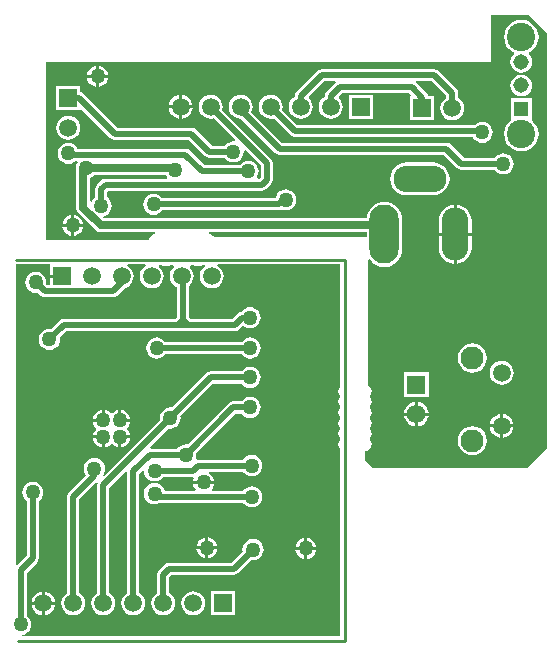
<source format=gbl>
G04*
G04 #@! TF.GenerationSoftware,Altium Limited,Altium Designer,20.0.2 (26)*
G04*
G04 Layer_Physical_Order=2*
G04 Layer_Color=16711680*
%FSLAX25Y25*%
%MOIN*%
G70*
G01*
G75*
%ADD15C,0.01000*%
%ADD59C,0.02000*%
%ADD61C,0.02500*%
%ADD62C,0.05906*%
%ADD63R,0.05906X0.05906*%
%ADD64R,0.05150X0.05150*%
%ADD65C,0.05150*%
%ADD66C,0.09449*%
%ADD67C,0.06201*%
%ADD68R,0.06201X0.06201*%
%ADD69O,0.17717X0.08858*%
%ADD70O,0.08858X0.17717*%
%ADD71O,0.09843X0.19685*%
%ADD72C,0.05898*%
%ADD73C,0.07677*%
%ADD74R,0.05906X0.05906*%
%ADD75C,0.05000*%
G36*
X115277Y206139D02*
X115230Y205887D01*
X115146Y205639D01*
X94800D01*
X94020Y205484D01*
X93358Y205042D01*
X91858Y203542D01*
X91416Y202880D01*
X91261Y202100D01*
Y199447D01*
X90804Y199096D01*
X90243Y198365D01*
X90094Y198006D01*
X89594Y198106D01*
Y205848D01*
X90065Y206043D01*
X90796Y206604D01*
X90951Y206806D01*
X114765D01*
X115277Y206139D01*
D02*
G37*
G36*
X181728Y186050D02*
X131089D01*
X130673Y186672D01*
X129951Y187154D01*
X129190Y187306D01*
X129239Y187806D01*
X181728D01*
Y186050D01*
D02*
G37*
G36*
X241800Y254100D02*
Y115600D01*
X235300Y109100D01*
X183800D01*
X181300Y111600D01*
Y114866D01*
X182051Y115015D01*
X182773Y115498D01*
X183255Y116219D01*
X183424Y117070D01*
X183255Y117921D01*
X182773Y118643D01*
Y119041D01*
X183255Y119762D01*
X183424Y120613D01*
X183255Y121464D01*
X182773Y122186D01*
Y122584D01*
X183255Y123306D01*
X183424Y124157D01*
X183255Y125008D01*
X182773Y125729D01*
Y126128D01*
X183255Y126849D01*
X183424Y127700D01*
X183255Y128551D01*
X182773Y129272D01*
Y129671D01*
X183255Y130392D01*
X183424Y131243D01*
X183255Y132094D01*
X182773Y132816D01*
Y133214D01*
X183255Y133936D01*
X183424Y134787D01*
X183255Y135638D01*
X182773Y136359D01*
X182246Y136711D01*
Y178669D01*
X182703Y178856D01*
X182747Y178854D01*
X183471Y177971D01*
X184372Y177232D01*
X185401Y176682D01*
X186517Y176343D01*
X187678Y176229D01*
X188839Y176343D01*
X189955Y176682D01*
X190983Y177232D01*
X191885Y177971D01*
X192625Y178873D01*
X193175Y179902D01*
X193514Y181018D01*
X193628Y182179D01*
Y192021D01*
X193514Y193182D01*
X193175Y194298D01*
X192625Y195327D01*
X191885Y196229D01*
X190983Y196968D01*
X189955Y197518D01*
X188839Y197857D01*
X187678Y197971D01*
X186517Y197857D01*
X185401Y197518D01*
X184372Y196968D01*
X183471Y196229D01*
X182731Y195327D01*
X182181Y194298D01*
X181842Y193182D01*
X181765Y192394D01*
X94117D01*
X93883Y192679D01*
X94064Y193170D01*
X94214Y193190D01*
X95065Y193543D01*
X95796Y194104D01*
X96357Y194835D01*
X96710Y195686D01*
X96830Y196600D01*
X96710Y197514D01*
X96357Y198365D01*
X95796Y199096D01*
X95339Y199447D01*
Y201255D01*
X95645Y201561D01*
X146800D01*
X147580Y201716D01*
X148242Y202158D01*
X149914Y203830D01*
X150356Y204491D01*
X150511Y205272D01*
Y210928D01*
X150356Y211709D01*
X149914Y212370D01*
X133659Y228625D01*
X133787Y229600D01*
X133651Y230632D01*
X133253Y231593D01*
X132619Y232419D01*
X131793Y233053D01*
X130832Y233451D01*
X129800Y233587D01*
X128768Y233451D01*
X127807Y233053D01*
X126981Y232419D01*
X126347Y231593D01*
X125949Y230632D01*
X125813Y229600D01*
X125949Y228568D01*
X126347Y227607D01*
X126981Y226781D01*
X127807Y226147D01*
X128768Y225749D01*
X129800Y225613D01*
X130775Y225742D01*
X137970Y218546D01*
X137736Y218073D01*
X137300Y218130D01*
X136386Y218010D01*
X135535Y217657D01*
X134804Y217096D01*
X134453Y216639D01*
X130145D01*
X124742Y222042D01*
X124080Y222484D01*
X123300Y222639D01*
X98645D01*
X87242Y234042D01*
X86580Y234484D01*
X86253Y234549D01*
Y236553D01*
X78347D01*
Y228647D01*
X86253D01*
Y228647D01*
X86689Y228828D01*
X96358Y219158D01*
X97020Y218716D01*
X97800Y218561D01*
X122455D01*
X127858Y213158D01*
X128520Y212716D01*
X129300Y212561D01*
X134453D01*
X134804Y212104D01*
X135535Y211543D01*
X136386Y211190D01*
X137300Y211070D01*
X138214Y211190D01*
X139065Y211543D01*
X139796Y212104D01*
X140357Y212835D01*
X140710Y213686D01*
X140830Y214600D01*
X140773Y215036D01*
X141246Y215270D01*
X146432Y210084D01*
Y206116D01*
X145955Y205639D01*
X145389D01*
X145168Y206088D01*
X145357Y206335D01*
X145710Y207186D01*
X145830Y208100D01*
X145710Y209014D01*
X145357Y209865D01*
X144796Y210596D01*
X144065Y211157D01*
X143214Y211510D01*
X142300Y211630D01*
X141386Y211510D01*
X140535Y211157D01*
X139804Y210596D01*
X139453Y210139D01*
X127645D01*
X122742Y215042D01*
X122080Y215484D01*
X121300Y215639D01*
X85451D01*
X85357Y215865D01*
X84796Y216596D01*
X84065Y217157D01*
X83214Y217510D01*
X82300Y217630D01*
X81386Y217510D01*
X80535Y217157D01*
X79804Y216596D01*
X79243Y215865D01*
X78890Y215014D01*
X78770Y214100D01*
X78890Y213186D01*
X79243Y212335D01*
X79804Y211604D01*
X80535Y211043D01*
X81386Y210690D01*
X82300Y210570D01*
X83214Y210690D01*
X84065Y211043D01*
X84740Y211561D01*
X85211D01*
X85432Y211112D01*
X85243Y210865D01*
X84890Y210014D01*
X84770Y209100D01*
X84890Y208186D01*
X85006Y207907D01*
Y195882D01*
X85181Y195005D01*
X85678Y194260D01*
X91460Y188478D01*
X92205Y187980D01*
X93082Y187806D01*
X111244D01*
X111293Y187306D01*
X110532Y187154D01*
X109811Y186672D01*
X109329Y185951D01*
X109160Y185100D01*
X74800D01*
Y244600D01*
X223300D01*
Y260100D01*
X235800D01*
X241800Y254100D01*
D02*
G37*
G36*
X172971Y136388D02*
X172927Y136359D01*
X172445Y135638D01*
X172276Y134787D01*
X172445Y133936D01*
X172927Y133214D01*
X172873Y132734D01*
X172445Y132094D01*
X172276Y131243D01*
X172445Y130392D01*
X172873Y129753D01*
X172927Y129272D01*
X172445Y128551D01*
X172276Y127700D01*
X172445Y126849D01*
X172873Y126209D01*
X172905Y125928D01*
X172873Y125647D01*
X172445Y125008D01*
X172276Y124157D01*
X172445Y123306D01*
X172873Y122666D01*
X172927Y122186D01*
X172445Y121464D01*
X172276Y120613D01*
X172445Y119762D01*
X172927Y119041D01*
Y118643D01*
X172445Y117921D01*
X172276Y117070D01*
X172445Y116219D01*
X172927Y115498D01*
X172971Y115469D01*
X172971Y53129D01*
X66985Y53129D01*
X66953Y53629D01*
X67414Y53690D01*
X68265Y54043D01*
X68996Y54604D01*
X69557Y55335D01*
X69910Y56186D01*
X70030Y57100D01*
X69910Y58014D01*
X69557Y58865D01*
X68996Y59596D01*
X68539Y59947D01*
Y74255D01*
X71942Y77658D01*
X72384Y78320D01*
X72539Y79100D01*
Y98253D01*
X72996Y98604D01*
X73557Y99335D01*
X73910Y100186D01*
X74030Y101100D01*
X73910Y102014D01*
X73557Y102865D01*
X72996Y103596D01*
X72265Y104157D01*
X71414Y104510D01*
X70500Y104630D01*
X69586Y104510D01*
X68735Y104157D01*
X68004Y103596D01*
X67443Y102865D01*
X67090Y102014D01*
X66970Y101100D01*
X67090Y100186D01*
X67443Y99335D01*
X68004Y98604D01*
X68461Y98253D01*
Y79945D01*
X65250Y76734D01*
X64750Y76941D01*
Y177071D01*
X75655D01*
X76147Y177053D01*
Y173600D01*
X80100D01*
Y172600D01*
X76147D01*
Y170139D01*
X75345D01*
X74955Y170529D01*
X75030Y171100D01*
X74910Y172014D01*
X74557Y172865D01*
X73996Y173596D01*
X73265Y174157D01*
X72414Y174510D01*
X71500Y174630D01*
X70586Y174510D01*
X69735Y174157D01*
X69004Y173596D01*
X68443Y172865D01*
X68090Y172014D01*
X67970Y171100D01*
X68090Y170186D01*
X68443Y169335D01*
X69004Y168604D01*
X69735Y168043D01*
X70586Y167690D01*
X71500Y167570D01*
X72071Y167645D01*
X73058Y166658D01*
X73720Y166216D01*
X74500Y166061D01*
X97100D01*
X97880Y166216D01*
X98542Y166658D01*
X101134Y169250D01*
X102093Y169647D01*
X102919Y170281D01*
X103553Y171107D01*
X103951Y172068D01*
X104087Y173100D01*
X103951Y174132D01*
X103553Y175093D01*
X102919Y175919D01*
X102093Y176553D01*
X102050Y176571D01*
X102150Y177071D01*
X108050D01*
X108150Y176571D01*
X108107Y176553D01*
X107281Y175919D01*
X106647Y175093D01*
X106249Y174132D01*
X106113Y173100D01*
X106249Y172068D01*
X106647Y171107D01*
X107281Y170281D01*
X108107Y169647D01*
X109068Y169249D01*
X110100Y169113D01*
X111132Y169249D01*
X112093Y169647D01*
X112919Y170281D01*
X113553Y171107D01*
X113951Y172068D01*
X114087Y173100D01*
X113951Y174132D01*
X113553Y175093D01*
X112919Y175919D01*
X112583Y176177D01*
X112603Y176792D01*
X112956Y177027D01*
X113354D01*
X114076Y176546D01*
X114927Y176376D01*
X115778Y176546D01*
X116499Y177027D01*
X116898D01*
X117436Y176668D01*
X117511Y176096D01*
X117281Y175919D01*
X116647Y175093D01*
X116249Y174132D01*
X116113Y173100D01*
X116249Y172068D01*
X116647Y171107D01*
X117281Y170281D01*
X118107Y169647D01*
X118461Y169501D01*
Y159503D01*
X117897Y158939D01*
X80800D01*
X80800Y158939D01*
X80020Y158784D01*
X79358Y158342D01*
X79358Y158342D01*
X76571Y155555D01*
X76000Y155630D01*
X75086Y155510D01*
X74235Y155157D01*
X73504Y154596D01*
X72943Y153865D01*
X72590Y153014D01*
X72470Y152100D01*
X72590Y151186D01*
X72943Y150335D01*
X73504Y149604D01*
X74235Y149043D01*
X75086Y148690D01*
X76000Y148570D01*
X76914Y148690D01*
X77765Y149043D01*
X78496Y149604D01*
X79057Y150335D01*
X79410Y151186D01*
X79530Y152100D01*
X79455Y152671D01*
X81645Y154861D01*
X137900D01*
X138680Y155016D01*
X139342Y155458D01*
X140564Y156681D01*
X141135Y156243D01*
X141986Y155890D01*
X142900Y155770D01*
X143814Y155890D01*
X144665Y156243D01*
X145396Y156804D01*
X145957Y157535D01*
X146310Y158386D01*
X146430Y159300D01*
X146310Y160214D01*
X145957Y161065D01*
X145396Y161796D01*
X144665Y162357D01*
X143814Y162710D01*
X142900Y162830D01*
X141986Y162710D01*
X141135Y162357D01*
X140404Y161796D01*
X140009Y161281D01*
X139520Y161184D01*
X138858Y160742D01*
X137055Y158939D01*
X123103D01*
X122539Y159503D01*
Y169989D01*
X122919Y170281D01*
X123553Y171107D01*
X123951Y172068D01*
X124087Y173100D01*
X123951Y174132D01*
X123553Y175093D01*
X122919Y175919D01*
X122745Y176053D01*
X122846Y176506D01*
X122896Y176567D01*
X123586Y177027D01*
X123984D01*
X124706Y176546D01*
X125557Y176376D01*
X126408Y176546D01*
X127129Y177027D01*
X127527D01*
X127729Y176893D01*
X127749Y176278D01*
X127281Y175919D01*
X126647Y175093D01*
X126249Y174132D01*
X126113Y173100D01*
X126249Y172068D01*
X126647Y171107D01*
X127281Y170281D01*
X128107Y169647D01*
X129068Y169249D01*
X130100Y169113D01*
X131132Y169249D01*
X132093Y169647D01*
X132919Y170281D01*
X133553Y171107D01*
X133951Y172068D01*
X134087Y173100D01*
X133951Y174132D01*
X133553Y175093D01*
X132919Y175919D01*
X132093Y176553D01*
X132050Y176571D01*
X132150Y177071D01*
X172971D01*
Y136388D01*
D02*
G37*
G36*
X123450Y157150D02*
X117400Y157000D01*
X120500Y160100D01*
X123450Y157150D01*
D02*
G37*
%LPC*%
G36*
X233300Y258642D02*
X231806Y258445D01*
X230413Y257868D01*
X229217Y256950D01*
X228300Y255755D01*
X227723Y254362D01*
X227526Y252868D01*
X227723Y251373D01*
X228300Y249981D01*
X229217Y248785D01*
X230413Y247867D01*
X230778Y247716D01*
X230843Y247221D01*
X230750Y247150D01*
X230177Y246403D01*
X229817Y245533D01*
X229694Y244600D01*
X229817Y243667D01*
X230177Y242797D01*
X230750Y242050D01*
X231497Y241477D01*
X232367Y241117D01*
X233300Y240994D01*
X234233Y241117D01*
X235103Y241477D01*
X235850Y242050D01*
X236423Y242797D01*
X236783Y243667D01*
X236906Y244600D01*
X236783Y245533D01*
X236423Y246403D01*
X235850Y247150D01*
X235757Y247221D01*
X235822Y247716D01*
X236187Y247867D01*
X237383Y248785D01*
X238300Y249981D01*
X238877Y251373D01*
X239074Y252868D01*
X238877Y254362D01*
X238300Y255755D01*
X237383Y256950D01*
X236187Y257868D01*
X234794Y258445D01*
X233300Y258642D01*
D02*
G37*
G36*
X92600Y243264D02*
Y240300D01*
X95564D01*
X95510Y240714D01*
X95157Y241565D01*
X94596Y242296D01*
X93865Y242857D01*
X93014Y243210D01*
X92600Y243264D01*
D02*
G37*
G36*
X91600D02*
X91186Y243210D01*
X90335Y242857D01*
X89604Y242296D01*
X89043Y241565D01*
X88690Y240714D01*
X88636Y240300D01*
X91600D01*
Y243264D01*
D02*
G37*
G36*
X95564Y239300D02*
X92600D01*
Y236336D01*
X93014Y236390D01*
X93865Y236743D01*
X94596Y237304D01*
X95157Y238035D01*
X95510Y238886D01*
X95564Y239300D01*
D02*
G37*
G36*
X91600D02*
X88636D01*
X88690Y238886D01*
X89043Y238035D01*
X89604Y237304D01*
X90335Y236743D01*
X91186Y236390D01*
X91600Y236336D01*
Y239300D01*
D02*
G37*
G36*
X233300Y240332D02*
X232367Y240209D01*
X231497Y239849D01*
X230750Y239276D01*
X230177Y238529D01*
X229817Y237659D01*
X229694Y236726D01*
X229817Y235793D01*
X230177Y234923D01*
X230750Y234176D01*
X231497Y233603D01*
X232367Y233243D01*
X233300Y233120D01*
X234233Y233243D01*
X235103Y233603D01*
X235850Y234176D01*
X236423Y234923D01*
X236783Y235793D01*
X236906Y236726D01*
X236783Y237659D01*
X236423Y238529D01*
X235850Y239276D01*
X235103Y239849D01*
X234233Y240209D01*
X233300Y240332D01*
D02*
G37*
G36*
X120300Y233521D02*
Y230100D01*
X123721D01*
X123651Y230632D01*
X123253Y231593D01*
X122619Y232419D01*
X121793Y233053D01*
X120832Y233451D01*
X120300Y233521D01*
D02*
G37*
G36*
X119300D02*
X118768Y233451D01*
X117807Y233053D01*
X116981Y232419D01*
X116347Y231593D01*
X115949Y230632D01*
X115879Y230100D01*
X119300D01*
Y233521D01*
D02*
G37*
G36*
X123721Y229100D02*
X120300D01*
Y225679D01*
X120832Y225749D01*
X121793Y226147D01*
X122619Y226781D01*
X123253Y227607D01*
X123651Y228568D01*
X123721Y229100D01*
D02*
G37*
G36*
X119300D02*
X115879D01*
X115949Y228568D01*
X116347Y227607D01*
X116981Y226781D01*
X117807Y226147D01*
X118768Y225749D01*
X119300Y225679D01*
Y229100D01*
D02*
G37*
G36*
X183753Y233553D02*
X175847D01*
Y225647D01*
X183753D01*
Y233553D01*
D02*
G37*
G36*
X236875Y232427D02*
X229725D01*
Y225277D01*
X229725Y225277D01*
X229725D01*
X229492Y224878D01*
X229217Y224667D01*
X228300Y223471D01*
X227723Y222079D01*
X227526Y220584D01*
X227723Y219090D01*
X228300Y217697D01*
X229217Y216501D01*
X230413Y215584D01*
X231806Y215007D01*
X233300Y214810D01*
X234794Y215007D01*
X236187Y215584D01*
X237383Y216501D01*
X238300Y217697D01*
X238877Y219090D01*
X239074Y220584D01*
X238877Y222079D01*
X238300Y223471D01*
X237383Y224667D01*
X237109Y224877D01*
X236875Y225277D01*
X236875D01*
X236875Y225277D01*
Y232427D01*
D02*
G37*
G36*
X204300Y242139D02*
X166800D01*
X166020Y241984D01*
X165358Y241542D01*
X165358Y241542D01*
X158358Y234542D01*
X157916Y233880D01*
X157761Y233100D01*
Y233018D01*
X156981Y232419D01*
X156347Y231593D01*
X155949Y230632D01*
X155813Y229600D01*
X155949Y228568D01*
X156347Y227607D01*
X156981Y226781D01*
X157807Y226147D01*
X158768Y225749D01*
X159800Y225613D01*
X160832Y225749D01*
X161793Y226147D01*
X162619Y226781D01*
X163253Y227607D01*
X163651Y228568D01*
X163787Y229600D01*
X163651Y230632D01*
X163253Y231593D01*
X162619Y232419D01*
X162571Y232456D01*
X162539Y232955D01*
X167645Y238061D01*
X171235D01*
X171386Y237561D01*
X171358Y237542D01*
X168358Y234542D01*
X167916Y233880D01*
X167761Y233100D01*
Y233018D01*
X166981Y232419D01*
X166347Y231593D01*
X165949Y230632D01*
X165813Y229600D01*
X165949Y228568D01*
X166347Y227607D01*
X166981Y226781D01*
X167807Y226147D01*
X168768Y225749D01*
X169800Y225613D01*
X170832Y225749D01*
X171793Y226147D01*
X172619Y226781D01*
X173253Y227607D01*
X173651Y228568D01*
X173787Y229600D01*
X173651Y230632D01*
X173253Y231593D01*
X172619Y232419D01*
X172571Y232456D01*
X172539Y232955D01*
X173645Y234061D01*
X195955D01*
X196528Y233488D01*
X196347Y233053D01*
X196347D01*
Y225147D01*
X204253D01*
Y233053D01*
X202249D01*
X202184Y233380D01*
X201742Y234042D01*
X198242Y237542D01*
X198214Y237561D01*
X198365Y238061D01*
X203455D01*
X208261Y233255D01*
Y232518D01*
X207481Y231919D01*
X206847Y231093D01*
X206449Y230132D01*
X206313Y229100D01*
X206449Y228068D01*
X206847Y227107D01*
X207481Y226281D01*
X208307Y225647D01*
X209268Y225249D01*
X210300Y225113D01*
X211332Y225249D01*
X212293Y225647D01*
X213119Y226281D01*
X213753Y227107D01*
X214151Y228068D01*
X214287Y229100D01*
X214151Y230132D01*
X213753Y231093D01*
X213119Y231919D01*
X212339Y232518D01*
Y234100D01*
X212184Y234880D01*
X211742Y235542D01*
X205742Y241542D01*
X205080Y241984D01*
X204300Y242139D01*
D02*
G37*
G36*
X82300Y226587D02*
X81268Y226451D01*
X80307Y226053D01*
X79481Y225419D01*
X78847Y224593D01*
X78449Y223632D01*
X78313Y222600D01*
X78449Y221568D01*
X78847Y220607D01*
X79481Y219781D01*
X80307Y219147D01*
X81268Y218749D01*
X82300Y218613D01*
X83332Y218749D01*
X84293Y219147D01*
X85119Y219781D01*
X85753Y220607D01*
X86151Y221568D01*
X86287Y222600D01*
X86151Y223632D01*
X85753Y224593D01*
X85119Y225419D01*
X84293Y226053D01*
X83332Y226451D01*
X82300Y226587D01*
D02*
G37*
G36*
X149800Y233587D02*
X148768Y233451D01*
X147807Y233053D01*
X146981Y232419D01*
X146347Y231593D01*
X145949Y230632D01*
X145813Y229600D01*
X145949Y228568D01*
X146347Y227607D01*
X146981Y226781D01*
X147807Y226147D01*
X148768Y225749D01*
X149800Y225613D01*
X150775Y225742D01*
X156358Y220158D01*
X157020Y219716D01*
X157800Y219561D01*
X217149D01*
X217243Y219335D01*
X217804Y218604D01*
X218535Y218043D01*
X219386Y217690D01*
X220300Y217570D01*
X221214Y217690D01*
X222065Y218043D01*
X222796Y218604D01*
X223357Y219335D01*
X223710Y220186D01*
X223830Y221100D01*
X223710Y222014D01*
X223357Y222865D01*
X222796Y223596D01*
X222065Y224157D01*
X221214Y224510D01*
X220300Y224630D01*
X219386Y224510D01*
X218535Y224157D01*
X217860Y223639D01*
X158645D01*
X153658Y228625D01*
X153787Y229600D01*
X153651Y230632D01*
X153253Y231593D01*
X152619Y232419D01*
X151793Y233053D01*
X150832Y233451D01*
X149800Y233587D01*
D02*
G37*
G36*
X139800D02*
X138768Y233451D01*
X137807Y233053D01*
X136981Y232419D01*
X136347Y231593D01*
X135949Y230632D01*
X135813Y229600D01*
X135949Y228568D01*
X136347Y227607D01*
X136981Y226781D01*
X137807Y226147D01*
X138768Y225749D01*
X139800Y225613D01*
X139891Y225625D01*
X151358Y214158D01*
X152020Y213716D01*
X152800Y213561D01*
X152800Y213561D01*
X207455D01*
X211858Y209158D01*
X212520Y208716D01*
X213300Y208561D01*
X224453D01*
X224804Y208104D01*
X225535Y207543D01*
X226386Y207190D01*
X227300Y207070D01*
X228214Y207190D01*
X229065Y207543D01*
X229796Y208104D01*
X230357Y208835D01*
X230710Y209686D01*
X230830Y210600D01*
X230710Y211514D01*
X230357Y212365D01*
X229796Y213096D01*
X229065Y213657D01*
X228214Y214010D01*
X227300Y214130D01*
X226386Y214010D01*
X225535Y213657D01*
X224804Y213096D01*
X224453Y212639D01*
X214145D01*
X209742Y217042D01*
X209080Y217484D01*
X208300Y217639D01*
X153645D01*
X143377Y227907D01*
X143651Y228568D01*
X143787Y229600D01*
X143651Y230632D01*
X143253Y231593D01*
X142619Y232419D01*
X141793Y233053D01*
X140832Y233451D01*
X139800Y233587D01*
D02*
G37*
G36*
X203918Y211080D02*
X195060D01*
X193642Y210893D01*
X192322Y210346D01*
X191188Y209476D01*
X190317Y208342D01*
X189770Y207021D01*
X189584Y205604D01*
X189770Y204187D01*
X190317Y202866D01*
X191188Y201732D01*
X192322Y200862D01*
X193642Y200315D01*
X195060Y200128D01*
X203918D01*
X205335Y200315D01*
X206656Y200862D01*
X207790Y201732D01*
X208660Y202866D01*
X209208Y204187D01*
X209394Y205604D01*
X209208Y207021D01*
X208660Y208342D01*
X207790Y209476D01*
X206656Y210346D01*
X205335Y210893D01*
X203918Y211080D01*
D02*
G37*
G36*
X154800Y202130D02*
X153886Y202010D01*
X153035Y201657D01*
X152304Y201096D01*
X151743Y200365D01*
X151390Y199514D01*
X151341Y199139D01*
X113647D01*
X113296Y199596D01*
X112565Y200157D01*
X111714Y200510D01*
X110800Y200630D01*
X109886Y200510D01*
X109035Y200157D01*
X108304Y199596D01*
X107743Y198865D01*
X107390Y198014D01*
X107270Y197100D01*
X107390Y196186D01*
X107743Y195335D01*
X108304Y194604D01*
X109035Y194043D01*
X109886Y193690D01*
X110800Y193570D01*
X111714Y193690D01*
X112565Y194043D01*
X113296Y194604D01*
X113647Y195061D01*
X152488D01*
X153269Y195216D01*
X153481Y195358D01*
X153886Y195190D01*
X154800Y195070D01*
X155714Y195190D01*
X156565Y195543D01*
X157296Y196104D01*
X157857Y196835D01*
X158210Y197686D01*
X158330Y198600D01*
X158210Y199514D01*
X157857Y200365D01*
X157296Y201096D01*
X156565Y201657D01*
X155714Y202010D01*
X154800Y202130D01*
D02*
G37*
G36*
X84300Y193564D02*
Y190600D01*
X87264D01*
X87210Y191014D01*
X86857Y191865D01*
X86296Y192596D01*
X85565Y193157D01*
X84714Y193510D01*
X84300Y193564D01*
D02*
G37*
G36*
X83300D02*
X82886Y193510D01*
X82035Y193157D01*
X81304Y192596D01*
X80743Y191865D01*
X80390Y191014D01*
X80336Y190600D01*
X83300D01*
Y193564D01*
D02*
G37*
G36*
X211800Y196939D02*
Y187600D01*
X216776D01*
Y191529D01*
X216589Y192946D01*
X216042Y194267D01*
X215172Y195401D01*
X214038Y196272D01*
X212717Y196818D01*
X211800Y196939D01*
D02*
G37*
G36*
X210800D02*
X209883Y196818D01*
X208562Y196272D01*
X207428Y195401D01*
X206558Y194267D01*
X206011Y192946D01*
X205824Y191529D01*
Y187600D01*
X210800D01*
Y196939D01*
D02*
G37*
G36*
X87264Y189600D02*
X84300D01*
Y186636D01*
X84714Y186690D01*
X85565Y187043D01*
X86296Y187604D01*
X86857Y188335D01*
X87210Y189186D01*
X87264Y189600D01*
D02*
G37*
G36*
X83300D02*
X80336D01*
X80390Y189186D01*
X80743Y188335D01*
X81304Y187604D01*
X82035Y187043D01*
X82886Y186690D01*
X83300Y186636D01*
Y189600D01*
D02*
G37*
G36*
X216776Y186600D02*
X211800D01*
Y177261D01*
X212717Y177382D01*
X214038Y177928D01*
X215172Y178799D01*
X216042Y179933D01*
X216589Y181254D01*
X216776Y182671D01*
Y186600D01*
D02*
G37*
G36*
X210800D02*
X205824D01*
Y182671D01*
X206011Y181254D01*
X206558Y179933D01*
X207428Y178799D01*
X208562Y177928D01*
X209883Y177382D01*
X210800Y177261D01*
Y186600D01*
D02*
G37*
G36*
X216997Y150779D02*
X215734Y150613D01*
X214557Y150126D01*
X213546Y149350D01*
X212770Y148339D01*
X212283Y147162D01*
X212117Y145899D01*
X212283Y144636D01*
X212770Y143459D01*
X213546Y142448D01*
X214557Y141673D01*
X215734Y141185D01*
X216997Y141019D01*
X218260Y141185D01*
X219437Y141673D01*
X220448Y142448D01*
X221223Y143459D01*
X221711Y144636D01*
X221877Y145899D01*
X221711Y147162D01*
X221223Y148339D01*
X220448Y149350D01*
X219437Y150126D01*
X218260Y150613D01*
X216997Y150779D01*
D02*
G37*
G36*
X226800Y144941D02*
X225769Y144805D01*
X224809Y144407D01*
X223984Y143775D01*
X223351Y142950D01*
X222953Y141989D01*
X222817Y140958D01*
X222953Y139927D01*
X223351Y138967D01*
X223984Y138142D01*
X224809Y137509D01*
X225769Y137111D01*
X226800Y136975D01*
X227831Y137111D01*
X228791Y137509D01*
X229616Y138142D01*
X230249Y138967D01*
X230647Y139927D01*
X230783Y140958D01*
X230647Y141989D01*
X230249Y142950D01*
X229616Y143775D01*
X228791Y144407D01*
X227831Y144805D01*
X226800Y144941D01*
D02*
G37*
G36*
X202467Y141122D02*
X194266D01*
Y132921D01*
X202467D01*
Y141122D01*
D02*
G37*
G36*
X198867Y131249D02*
Y127679D01*
X202437D01*
X202362Y128249D01*
X201949Y129247D01*
X201291Y130103D01*
X200435Y130760D01*
X199437Y131174D01*
X198867Y131249D01*
D02*
G37*
G36*
X197867Y131249D02*
X197297Y131174D01*
X196299Y130760D01*
X195442Y130103D01*
X194785Y129247D01*
X194372Y128249D01*
X194297Y127679D01*
X197867D01*
Y131249D01*
D02*
G37*
G36*
X227300Y127159D02*
Y123742D01*
X230717D01*
X230647Y124273D01*
X230249Y125233D01*
X229616Y126058D01*
X228791Y126691D01*
X227831Y127089D01*
X227300Y127159D01*
D02*
G37*
G36*
X226300D02*
X225769Y127089D01*
X224809Y126691D01*
X223984Y126058D01*
X223351Y125233D01*
X222953Y124273D01*
X222883Y123742D01*
X226300D01*
Y127159D01*
D02*
G37*
G36*
X197867Y126679D02*
X194297D01*
X194372Y126108D01*
X194785Y125111D01*
X195442Y124254D01*
X196299Y123597D01*
X197297Y123184D01*
X197867Y123109D01*
Y126679D01*
D02*
G37*
G36*
X202437D02*
X198867D01*
Y123109D01*
X199437Y123184D01*
X200435Y123597D01*
X201291Y124254D01*
X201949Y125111D01*
X202362Y126108D01*
X202437Y126679D01*
D02*
G37*
G36*
X230717Y122742D02*
X227300D01*
Y119325D01*
X227831Y119395D01*
X228791Y119792D01*
X229616Y120425D01*
X230249Y121250D01*
X230647Y122211D01*
X230717Y122742D01*
D02*
G37*
G36*
X226300D02*
X222883D01*
X222953Y122211D01*
X223351Y121250D01*
X223984Y120425D01*
X224809Y119792D01*
X225769Y119395D01*
X226300Y119325D01*
Y122742D01*
D02*
G37*
G36*
X216997Y123181D02*
X215734Y123015D01*
X214557Y122527D01*
X213546Y121752D01*
X212770Y120741D01*
X212283Y119564D01*
X212117Y118301D01*
X212283Y117038D01*
X212770Y115861D01*
X213546Y114850D01*
X214557Y114074D01*
X215734Y113587D01*
X216997Y113420D01*
X218260Y113587D01*
X219437Y114074D01*
X220448Y114850D01*
X221223Y115861D01*
X221711Y117038D01*
X221877Y118301D01*
X221711Y119564D01*
X221223Y120741D01*
X220448Y121752D01*
X219437Y122527D01*
X218260Y123015D01*
X216997Y123181D01*
D02*
G37*
G36*
X142900Y152730D02*
X141986Y152610D01*
X141135Y152257D01*
X140404Y151696D01*
X140053Y151239D01*
X114647D01*
X114296Y151696D01*
X113565Y152257D01*
X112714Y152610D01*
X111800Y152730D01*
X110886Y152610D01*
X110035Y152257D01*
X109304Y151696D01*
X108743Y150965D01*
X108390Y150114D01*
X108270Y149200D01*
X108390Y148286D01*
X108743Y147435D01*
X109304Y146704D01*
X110035Y146143D01*
X110886Y145790D01*
X111800Y145670D01*
X112714Y145790D01*
X113565Y146143D01*
X114296Y146704D01*
X114647Y147161D01*
X140053D01*
X140404Y146704D01*
X141135Y146143D01*
X141986Y145790D01*
X142900Y145670D01*
X143814Y145790D01*
X144665Y146143D01*
X145396Y146704D01*
X145957Y147435D01*
X146310Y148286D01*
X146430Y149200D01*
X146310Y150114D01*
X145957Y150965D01*
X145396Y151696D01*
X144665Y152257D01*
X143814Y152610D01*
X142900Y152730D01*
D02*
G37*
G36*
Y142930D02*
X141986Y142810D01*
X141135Y142457D01*
X140404Y141896D01*
X140053Y141439D01*
X129800D01*
X129020Y141284D01*
X128358Y140842D01*
X116821Y129305D01*
X116250Y129380D01*
X115336Y129260D01*
X114485Y128907D01*
X113754Y128346D01*
X113193Y127615D01*
X112840Y126764D01*
X112720Y125850D01*
X112807Y125190D01*
X94148Y106532D01*
X93771Y106862D01*
X94057Y107235D01*
X94410Y108086D01*
X94530Y109000D01*
X94410Y109914D01*
X94057Y110765D01*
X93496Y111496D01*
X92765Y112057D01*
X91914Y112410D01*
X91000Y112530D01*
X90086Y112410D01*
X89235Y112057D01*
X88504Y111496D01*
X87943Y110765D01*
X87590Y109914D01*
X87470Y109000D01*
X87590Y108086D01*
X87943Y107235D01*
X88294Y106778D01*
X82558Y101042D01*
X82116Y100380D01*
X81961Y99600D01*
Y67518D01*
X81181Y66919D01*
X80547Y66093D01*
X80149Y65132D01*
X80013Y64100D01*
X80149Y63068D01*
X80547Y62107D01*
X81181Y61281D01*
X82007Y60647D01*
X82968Y60249D01*
X84000Y60113D01*
X85032Y60249D01*
X85993Y60647D01*
X86819Y61281D01*
X87453Y62107D01*
X87851Y63068D01*
X87987Y64100D01*
X87851Y65132D01*
X87453Y66093D01*
X86819Y66919D01*
X86039Y67518D01*
Y98755D01*
X91617Y104333D01*
X92077Y104087D01*
X91961Y103500D01*
Y67518D01*
X91181Y66919D01*
X90547Y66093D01*
X90149Y65132D01*
X90013Y64100D01*
X90149Y63068D01*
X90547Y62107D01*
X91181Y61281D01*
X92007Y60647D01*
X92968Y60249D01*
X94000Y60113D01*
X95032Y60249D01*
X95993Y60647D01*
X96819Y61281D01*
X97453Y62107D01*
X97851Y63068D01*
X97987Y64100D01*
X97851Y65132D01*
X97453Y66093D01*
X96819Y66919D01*
X96039Y67518D01*
Y102655D01*
X101461Y108077D01*
X101961Y107870D01*
Y67518D01*
X101181Y66919D01*
X100547Y66093D01*
X100149Y65132D01*
X100013Y64100D01*
X100149Y63068D01*
X100547Y62107D01*
X101181Y61281D01*
X102007Y60647D01*
X102968Y60249D01*
X104000Y60113D01*
X105032Y60249D01*
X105993Y60647D01*
X106819Y61281D01*
X107453Y62107D01*
X107851Y63068D01*
X107987Y64100D01*
X107851Y65132D01*
X107453Y66093D01*
X106819Y66919D01*
X106039Y67518D01*
Y107255D01*
X107094Y108310D01*
X107596Y108105D01*
X107690Y107386D01*
X108043Y106535D01*
X108604Y105804D01*
X109335Y105243D01*
X110186Y104890D01*
X111100Y104770D01*
X112014Y104890D01*
X112865Y105243D01*
X113596Y105804D01*
X113947Y106261D01*
X123800D01*
X123845Y106270D01*
X124205Y105832D01*
X123990Y105314D01*
X123936Y104900D01*
X130864D01*
X130810Y105314D01*
X130457Y106165D01*
X129896Y106896D01*
X129165Y107457D01*
X129156Y107461D01*
X129256Y107961D01*
X140653D01*
X141004Y107504D01*
X141735Y106943D01*
X142586Y106590D01*
X143500Y106470D01*
X144414Y106590D01*
X145265Y106943D01*
X145996Y107504D01*
X146557Y108235D01*
X146910Y109086D01*
X147030Y110000D01*
X146910Y110914D01*
X146557Y111765D01*
X145996Y112496D01*
X145265Y113057D01*
X144414Y113410D01*
X143500Y113530D01*
X142586Y113410D01*
X141735Y113057D01*
X141004Y112496D01*
X140653Y112039D01*
X125500D01*
X125155Y111970D01*
X124795Y112409D01*
X124910Y112686D01*
X125030Y113600D01*
X124955Y114171D01*
X138145Y127361D01*
X140053D01*
X140404Y126904D01*
X141135Y126343D01*
X141986Y125990D01*
X142900Y125870D01*
X143814Y125990D01*
X144665Y126343D01*
X145396Y126904D01*
X145957Y127635D01*
X146310Y128486D01*
X146430Y129400D01*
X146310Y130314D01*
X145957Y131165D01*
X145396Y131896D01*
X144665Y132457D01*
X143814Y132810D01*
X142900Y132930D01*
X141986Y132810D01*
X141135Y132457D01*
X140404Y131896D01*
X140053Y131439D01*
X137300D01*
X136520Y131284D01*
X135858Y130842D01*
X135858Y130842D01*
X122071Y117055D01*
X121500Y117130D01*
X120586Y117010D01*
X119735Y116657D01*
X119004Y116096D01*
X118653Y115639D01*
X109730D01*
X109523Y116139D01*
X115767Y122383D01*
X116250Y122320D01*
X117164Y122440D01*
X118015Y122793D01*
X118746Y123354D01*
X119307Y124085D01*
X119660Y124936D01*
X119780Y125850D01*
X119705Y126421D01*
X130645Y137361D01*
X140053D01*
X140404Y136904D01*
X141135Y136343D01*
X141986Y135990D01*
X142900Y135870D01*
X143814Y135990D01*
X144665Y136343D01*
X145396Y136904D01*
X145957Y137635D01*
X146310Y138486D01*
X146430Y139400D01*
X146310Y140314D01*
X145957Y141165D01*
X145396Y141896D01*
X144665Y142457D01*
X143814Y142810D01*
X142900Y142930D01*
D02*
G37*
G36*
X99000Y128564D02*
X98586Y128510D01*
X97735Y128157D01*
X97081Y127655D01*
X96787Y127591D01*
X96713D01*
X96419Y127655D01*
X95765Y128157D01*
X94914Y128510D01*
X94500Y128564D01*
Y125100D01*
X94000D01*
Y124600D01*
X90536D01*
X90590Y124186D01*
X90943Y123335D01*
X91444Y122681D01*
X91509Y122387D01*
Y122313D01*
X91444Y122019D01*
X90943Y121365D01*
X90590Y120514D01*
X90536Y120100D01*
X94000D01*
Y119600D01*
X94500D01*
Y116136D01*
X94914Y116190D01*
X95765Y116543D01*
X96419Y117044D01*
X96713Y117109D01*
X96787D01*
X97081Y117044D01*
X97735Y116543D01*
X98586Y116190D01*
X99000Y116136D01*
Y119600D01*
X99500D01*
Y120100D01*
X102964D01*
X102910Y120514D01*
X102557Y121365D01*
X101996Y122096D01*
X101991Y122100D01*
Y122600D01*
X101996Y122604D01*
X102557Y123335D01*
X102910Y124186D01*
X102964Y124600D01*
X99500D01*
Y125100D01*
X99000D01*
Y128564D01*
D02*
G37*
G36*
X100000D02*
Y125600D01*
X102964D01*
X102910Y126014D01*
X102557Y126865D01*
X101996Y127596D01*
X101265Y128157D01*
X100414Y128510D01*
X100000Y128564D01*
D02*
G37*
G36*
X93500D02*
X93086Y128510D01*
X92235Y128157D01*
X91504Y127596D01*
X90943Y126865D01*
X90590Y126014D01*
X90536Y125600D01*
X93500D01*
Y128564D01*
D02*
G37*
G36*
X102964Y119100D02*
X100000D01*
Y116136D01*
X100414Y116190D01*
X101265Y116543D01*
X101996Y117104D01*
X102557Y117835D01*
X102910Y118686D01*
X102964Y119100D01*
D02*
G37*
G36*
X93500D02*
X90536D01*
X90590Y118686D01*
X90943Y117835D01*
X91504Y117104D01*
X92235Y116543D01*
X93086Y116190D01*
X93500Y116136D01*
Y119100D01*
D02*
G37*
G36*
X111100Y104230D02*
X110186Y104110D01*
X109335Y103757D01*
X108604Y103196D01*
X108043Y102465D01*
X107690Y101614D01*
X107570Y100700D01*
X107690Y99786D01*
X108043Y98935D01*
X108604Y98204D01*
X109335Y97643D01*
X110186Y97290D01*
X111100Y97170D01*
X112014Y97290D01*
X112667Y97561D01*
X140653D01*
X141004Y97104D01*
X141735Y96543D01*
X142586Y96190D01*
X143500Y96070D01*
X144414Y96190D01*
X145265Y96543D01*
X145996Y97104D01*
X146557Y97835D01*
X146910Y98686D01*
X147030Y99600D01*
X146910Y100514D01*
X146557Y101365D01*
X145996Y102096D01*
X145265Y102657D01*
X144414Y103010D01*
X143500Y103130D01*
X142586Y103010D01*
X141735Y102657D01*
X141004Y102096D01*
X140653Y101639D01*
X130323D01*
X130077Y102139D01*
X130457Y102635D01*
X130810Y103486D01*
X130864Y103900D01*
X123936D01*
X123990Y103486D01*
X124343Y102635D01*
X124723Y102139D01*
X124477Y101639D01*
X114499D01*
X114157Y102465D01*
X113596Y103196D01*
X112865Y103757D01*
X112014Y104110D01*
X111100Y104230D01*
D02*
G37*
G36*
X129000Y86064D02*
Y83100D01*
X131964D01*
X131910Y83514D01*
X131557Y84365D01*
X130996Y85096D01*
X130265Y85657D01*
X129414Y86010D01*
X129000Y86064D01*
D02*
G37*
G36*
X128000D02*
X127586Y86010D01*
X126735Y85657D01*
X126004Y85096D01*
X125443Y84365D01*
X125090Y83514D01*
X125036Y83100D01*
X128000D01*
Y86064D01*
D02*
G37*
G36*
X162000Y85864D02*
Y82900D01*
X164964D01*
X164910Y83314D01*
X164557Y84165D01*
X163996Y84896D01*
X163265Y85457D01*
X162414Y85810D01*
X162000Y85864D01*
D02*
G37*
G36*
X161000D02*
X160586Y85810D01*
X159735Y85457D01*
X159004Y84896D01*
X158443Y84165D01*
X158090Y83314D01*
X158036Y82900D01*
X161000D01*
Y85864D01*
D02*
G37*
G36*
X131964Y82100D02*
X129000D01*
Y79136D01*
X129414Y79190D01*
X130265Y79543D01*
X130996Y80104D01*
X131557Y80835D01*
X131910Y81686D01*
X131964Y82100D01*
D02*
G37*
G36*
X128000D02*
X125036D01*
X125090Y81686D01*
X125443Y80835D01*
X126004Y80104D01*
X126735Y79543D01*
X127586Y79190D01*
X128000Y79136D01*
Y82100D01*
D02*
G37*
G36*
X164964Y81900D02*
X162000D01*
Y78936D01*
X162414Y78990D01*
X163265Y79343D01*
X163996Y79904D01*
X164557Y80635D01*
X164910Y81486D01*
X164964Y81900D01*
D02*
G37*
G36*
X161000D02*
X158036D01*
X158090Y81486D01*
X158443Y80635D01*
X159004Y79904D01*
X159735Y79343D01*
X160586Y78990D01*
X161000Y78936D01*
Y81900D01*
D02*
G37*
G36*
X143900Y85530D02*
X142986Y85410D01*
X142135Y85057D01*
X141404Y84496D01*
X140843Y83765D01*
X140490Y82914D01*
X140370Y82000D01*
X140445Y81429D01*
X136655Y77639D01*
X116000D01*
X115220Y77484D01*
X114558Y77042D01*
X112558Y75042D01*
X112116Y74380D01*
X111961Y73600D01*
Y67518D01*
X111181Y66919D01*
X110547Y66093D01*
X110149Y65132D01*
X110013Y64100D01*
X110149Y63068D01*
X110547Y62107D01*
X111181Y61281D01*
X112007Y60647D01*
X112968Y60249D01*
X114000Y60113D01*
X115032Y60249D01*
X115993Y60647D01*
X116819Y61281D01*
X117453Y62107D01*
X117851Y63068D01*
X117987Y64100D01*
X117851Y65132D01*
X117453Y66093D01*
X116819Y66919D01*
X116039Y67518D01*
Y72755D01*
X116845Y73561D01*
X137500D01*
X138280Y73716D01*
X138942Y74158D01*
X143329Y78545D01*
X143900Y78470D01*
X144814Y78590D01*
X145665Y78943D01*
X146396Y79504D01*
X146957Y80235D01*
X147310Y81086D01*
X147430Y82000D01*
X147310Y82914D01*
X146957Y83765D01*
X146396Y84496D01*
X145665Y85057D01*
X144814Y85410D01*
X143900Y85530D01*
D02*
G37*
G36*
X74500Y68021D02*
Y64600D01*
X77921D01*
X77851Y65132D01*
X77453Y66093D01*
X76819Y66919D01*
X75993Y67553D01*
X75032Y67951D01*
X74500Y68021D01*
D02*
G37*
G36*
X73500D02*
X72968Y67951D01*
X72007Y67553D01*
X71181Y66919D01*
X70547Y66093D01*
X70149Y65132D01*
X70079Y64600D01*
X73500D01*
Y68021D01*
D02*
G37*
G36*
X77921Y63600D02*
X74500D01*
Y60179D01*
X75032Y60249D01*
X75993Y60647D01*
X76819Y61281D01*
X77453Y62107D01*
X77851Y63068D01*
X77921Y63600D01*
D02*
G37*
G36*
X73500D02*
X70079D01*
X70149Y63068D01*
X70547Y62107D01*
X71181Y61281D01*
X72007Y60647D01*
X72968Y60249D01*
X73500Y60179D01*
Y63600D01*
D02*
G37*
G36*
X137953Y68053D02*
X130047D01*
Y60147D01*
X137953D01*
Y68053D01*
D02*
G37*
G36*
X124000Y68087D02*
X122968Y67951D01*
X122007Y67553D01*
X121181Y66919D01*
X120547Y66093D01*
X120149Y65132D01*
X120013Y64100D01*
X120149Y63068D01*
X120547Y62107D01*
X121181Y61281D01*
X122007Y60647D01*
X122968Y60249D01*
X124000Y60113D01*
X125032Y60249D01*
X125993Y60647D01*
X126819Y61281D01*
X127453Y62107D01*
X127851Y63068D01*
X127987Y64100D01*
X127851Y65132D01*
X127453Y66093D01*
X126819Y66919D01*
X125993Y67553D01*
X125032Y67951D01*
X124000Y68087D01*
D02*
G37*
%LPD*%
D15*
X64750Y178600D02*
X174500D01*
X174500Y51600D01*
X65500Y51600D02*
X174500Y51600D01*
D59*
X137500Y75600D02*
X143900Y82000D01*
X116000Y75600D02*
X137500D01*
X125500Y110000D02*
X143500D01*
X123800Y108300D02*
X125500Y110000D01*
X111100Y108300D02*
X123800D01*
X112200Y99600D02*
X143500D01*
X111100Y100700D02*
X112200Y99600D01*
X111800Y149200D02*
X142900D01*
Y159300D02*
X143500D01*
X140300D02*
X142900D01*
X120500Y156900D02*
Y173600D01*
X76000Y152100D02*
X80800Y156900D01*
X137900D02*
X140300Y159300D01*
X120500Y156900D02*
X137900D01*
X116250Y125750D02*
Y125850D01*
X94000Y103500D02*
X116250Y125750D01*
Y125850D02*
X129800Y139400D01*
X142900D01*
X94000Y64100D02*
Y103500D01*
X157800Y221600D02*
X220300D01*
X109500Y113600D02*
X121500D01*
X104000Y108100D02*
X109500Y113600D01*
X104000Y64100D02*
Y108100D01*
X91000Y106600D02*
Y109000D01*
X84000Y99600D02*
X91000Y106600D01*
X137300Y129400D02*
X142900D01*
X121500Y113600D02*
X137300Y129400D01*
X110800Y197100D02*
X152488D01*
X100500Y171500D02*
Y173600D01*
X97100Y168100D02*
X100500Y171500D01*
X74500Y168100D02*
X97100D01*
X121300Y213600D02*
X126800Y208100D01*
X82800Y213600D02*
X121300D01*
X82300Y214100D02*
X82800Y213600D01*
X66500Y57100D02*
Y75100D01*
X70500Y79100D01*
X172800Y236100D02*
X196800D01*
X169800Y233100D02*
X172800Y236100D01*
X169800Y229600D02*
Y233100D01*
X166800Y240100D02*
X204300D01*
X159800Y233100D02*
X166800Y240100D01*
X159800Y229600D02*
Y233100D01*
X213300Y210600D02*
X227300D01*
X208300Y215600D02*
X213300Y210600D01*
X210300Y229100D02*
Y234100D01*
X204300Y240100D02*
X210300Y234100D01*
X200300Y229100D02*
Y232600D01*
X196800Y236100D02*
X200300Y232600D01*
X71500Y171100D02*
X74500Y168100D01*
X152800Y215600D02*
X208300D01*
X149800Y229600D02*
X157800Y221600D01*
X97800Y220600D02*
X123300D01*
X85800Y232600D02*
X97800Y220600D01*
X82300Y232600D02*
X85800D01*
X123300Y220600D02*
X129300Y214600D01*
X137300D01*
X126800Y208100D02*
X142300D01*
X139800Y228600D02*
Y229600D01*
Y228600D02*
X152800Y215600D01*
X146800Y203600D02*
X148472Y205272D01*
X129800Y229600D02*
X148472Y210928D01*
Y205272D02*
Y210928D01*
X94800Y203600D02*
X146800D01*
X93300Y196600D02*
Y202100D01*
X94800Y203600D01*
X152488Y197100D02*
X153988Y198600D01*
X154800D01*
X80800Y156900D02*
X120500D01*
X114000Y73600D02*
X116000Y75600D01*
X114000Y64100D02*
Y73600D01*
X70500Y79100D02*
Y101100D01*
X84000Y64100D02*
Y99600D01*
D61*
X93082Y190100D02*
X184678D01*
X117300Y209100D02*
X117800Y208600D01*
X88300Y209100D02*
X117300D01*
X87300Y208100D02*
X88300Y209100D01*
X87300Y195882D02*
Y208100D01*
Y195882D02*
X93082Y190100D01*
X184678D02*
X187678Y187100D01*
D62*
X114000Y64100D02*
D03*
X124000D02*
D03*
X104000D02*
D03*
X94000D02*
D03*
X84000D02*
D03*
X74000D02*
D03*
X210300Y229100D02*
D03*
X119800Y229600D02*
D03*
X129800D02*
D03*
X139800D02*
D03*
X149800D02*
D03*
X169800D02*
D03*
X159800D02*
D03*
X90100Y173100D02*
D03*
X100100D02*
D03*
X110100D02*
D03*
X120100D02*
D03*
X130100D02*
D03*
X82300Y222600D02*
D03*
D63*
X134000Y64100D02*
D03*
X200300Y229100D02*
D03*
X179800Y229600D02*
D03*
X80100Y173100D02*
D03*
D64*
X233300Y228852D02*
D03*
D65*
Y236726D02*
D03*
Y244600D02*
D03*
D66*
Y252868D02*
D03*
Y220584D02*
D03*
D67*
X198367Y127179D02*
D03*
D68*
Y137021D02*
D03*
D69*
X199489Y205604D02*
D03*
D70*
X211300Y187100D02*
D03*
D71*
X187678D02*
D03*
D72*
X226800Y123242D02*
D03*
Y140958D02*
D03*
D73*
X216997Y145899D02*
D03*
Y118301D02*
D03*
D74*
X82300Y232600D02*
D03*
D75*
X143900Y82000D02*
D03*
X161500Y82400D02*
D03*
X92100Y239800D02*
D03*
X127400Y104400D02*
D03*
X143500Y110000D02*
D03*
Y99600D02*
D03*
X111800Y149200D02*
D03*
X116250Y125850D02*
D03*
X91000Y109000D02*
D03*
X111100Y108300D02*
D03*
Y100700D02*
D03*
X142900Y129400D02*
D03*
Y139400D02*
D03*
Y149200D02*
D03*
Y159300D02*
D03*
X110800Y197100D02*
D03*
X88300Y209100D02*
D03*
X66500Y57100D02*
D03*
X220300Y221100D02*
D03*
X227300Y210600D02*
D03*
X71500Y171100D02*
D03*
X137300Y214600D02*
D03*
X82300Y214100D02*
D03*
X93300Y196600D02*
D03*
X83800Y190100D02*
D03*
X142300Y208100D02*
D03*
X117800Y208600D02*
D03*
X99500Y125100D02*
D03*
Y119600D02*
D03*
X94000D02*
D03*
Y125100D02*
D03*
X128500Y82600D02*
D03*
X70500Y101100D02*
D03*
X154800Y198600D02*
D03*
X121500Y113600D02*
D03*
X76000Y152100D02*
D03*
M02*

</source>
